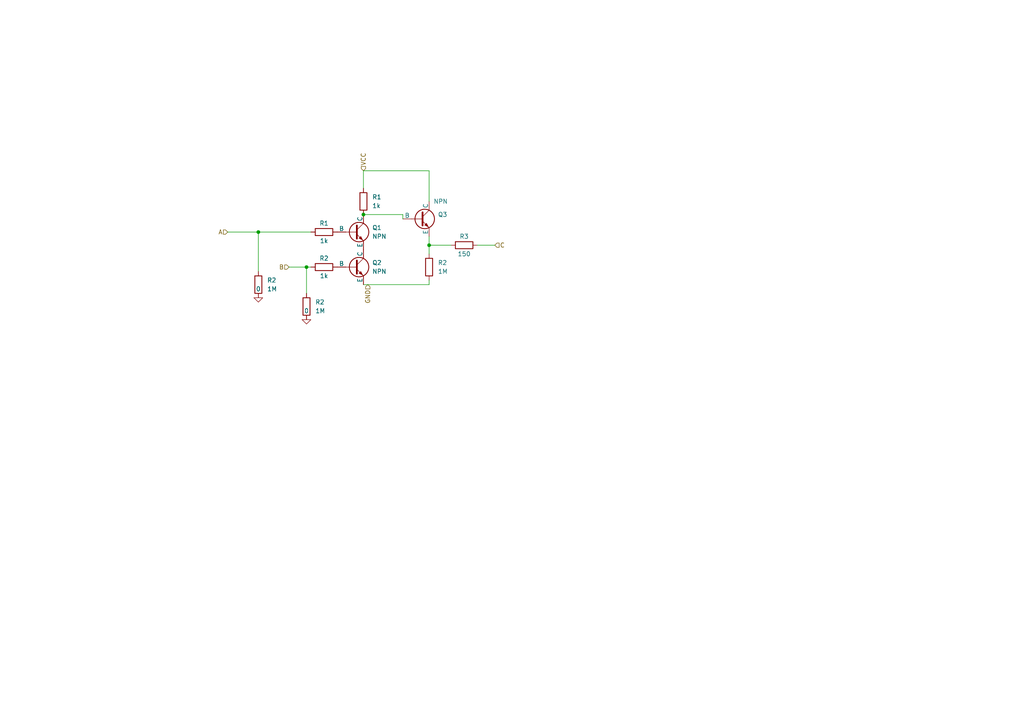
<source format=kicad_sch>
(kicad_sch (version 20230121) (generator eeschema)
  (paper "A4")
  (lib_symbols
    (symbol "Device:R" (pin_numbers hide) (pin_names (offset 0))
      (property "Reference" "R" (at 2.032 0 90))
      (property "Value" "R" (at 0 0 90))
      (symbol "R_0_1"
        (rectangle (start -1.016 -2.54) (end 1.016 2.54) (stroke (width 0.254)))
      )
      (symbol "R_1_1"
        (pin passive line (at 0 3.81 270) (length 1.27) (name "~") (number "1"))
        (pin passive line (at 0 -3.81 90) (length 1.27) (name "~") (number "2"))
      )
    )
    (symbol "Simulation_SPICE:0" (power) (pin_names (offset 0))
      (property "Value" "0" (at 0 -1.778 0))
      (symbol "0_0_1"
        (polyline (pts (xy -1.27 0) (xy 0 -1.27) (xy 1.27 0) (xy -1.27 0)))
      )
      (symbol "0_1_1"
        (pin power_in line (at 0 0 0) (length 0) hide (name "0") (number "1"))
      )
    )
    (symbol "Simulation_SPICE:NPN" (pin_numbers hide) (pin_names (offset 0))
      (property "Reference" "Q" (at -2.54 7.62 0))
      (property "Value" "NPN" (at -2.54 5.08 0))
      (symbol "NPN_0_1"
        (polyline (pts (xy -2.54 0) (xy 0.635 0)) (stroke (width 0.1524)))
        (polyline (pts (xy 0.635 0.635) (xy 2.54 2.54)))
        (polyline (pts (xy 2.794 -1.27) (xy 2.794 -1.27)) (stroke (width 0.1524)))
        (polyline (pts (xy 2.794 -1.27) (xy 2.794 -1.27)) (stroke (width 0.1524)))
        (polyline (pts (xy 0.635 -0.635) (xy 2.54 -2.54) (xy 2.54 -2.54)))
        (polyline (pts (xy 0.635 1.905) (xy 0.635 -1.905) (xy 0.635 -1.905)) (stroke (width 0.508)))
        (polyline (pts (xy 1.27 -1.778) (xy 1.778 -1.27) (xy 2.286 -2.286) (xy 1.27 -1.778) (xy 1.27 -1.778)) (fill (type outline)))
        (circle (center 1.27 0) (radius 2.8194) (stroke (width 0.254)))
      )
      (symbol "NPN_1_1"
        (pin open_collector line (at 2.54 5.08 270) (length 2.54) (name "C") (number "1"))
        (pin input line (at -5.08 0 0) (length 2.54) (name "B") (number "2"))
        (pin open_emitter line (at 2.54 -5.08 90) (length 2.54) (name "E") (number "3"))
      )
    )
  )
  (junction (at 105.41 62.23))
  (junction (at 124.46 71.12))
  (junction (at 74.93 67.31))
  (junction (at 88.9 77.47))
  (wire (pts (xy 124.46 73.66) (xy 124.46 71.12)))
  (wire (pts (xy 130.81 71.12) (xy 124.46 71.12)))
  (wire (pts (xy 105.41 49.53) (xy 124.46 49.53)))
  (wire (pts (xy 88.9 85.09) (xy 88.9 77.47)))
  (wire (pts (xy 105.41 82.55) (xy 124.46 82.55)))
  (wire (pts (xy 124.46 49.53) (xy 124.46 58.42)))
  (wire (pts (xy 116.84 62.23) (xy 116.84 63.5)))
  (wire (pts (xy 105.41 49.53) (xy 105.41 54.61)))
  (wire (pts (xy 74.93 67.31) (xy 90.17 67.31)))
  (wire (pts (xy 105.41 62.23) (xy 116.84 62.23)))
  (wire (pts (xy 83.82 77.47) (xy 88.9 77.47)))
  (wire (pts (xy 124.46 82.55) (xy 124.46 81.28)))
  (wire (pts (xy 74.93 78.74) (xy 74.93 67.31)))
  (wire (pts (xy 88.9 77.47) (xy 90.17 77.47)))
  (wire (pts (xy 143.51 71.12) (xy 138.43 71.12)))
  (wire (pts (xy 66.04 67.31) (xy 74.93 67.31)))
  (wire (pts (xy 124.46 71.12) (xy 124.46 68.58)))
  (hierarchical_label "VCC" (shape input) (at 105.41 49.53 90))
  (hierarchical_label "A" (shape input) (at 66.04 67.31 180))
  (hierarchical_label "GND" (shape input) (at 106.68 82.55 270))
  (hierarchical_label "B" (shape input) (at 83.82 77.47 180))
  (hierarchical_label "C" (shape input) (at 143.51 71.12 0))
  (symbol (lib_id "Device:R") (at 88.9 88.9 0) (unit 1)
    (property "Reference" "R2" (at 91.44 87.63 0) (effects (justify left)))
    (property "Value" "1M" (at 91.44 90.17 0) (effects (justify left)))
    (instances (project "8bitSim" (path "" (reference "R2") (unit 1)) (path "" (reference "R19") (unit 1)) (path "" (reference "R20") (unit 1)) (path "" (reference "R21") (unit 1))))
  )
  (symbol (lib_id "Simulation_SPICE:0") (at 74.93 86.36 0) (unit 1)
    (property "Reference" "#GND04" (effects hide))
    (property "Value" "0" (at 74.93 83.82 0))
    (instances (project "8bitSim" (path "" (reference "#GND04") (unit 1)) (path "" (reference "#GND05") (unit 1)) (path "" (reference "#GND06") (unit 1))))
  )
  (symbol (lib_id "Device:R") (at 93.98 77.47 90) (unit 1)
    (property "Reference" "R2" (at 93.98 74.93 90))
    (property "Value" "1k" (at 93.98 80.01 90))
    (instances (project "8bitSim" (path "" (reference "R2") (unit 1)) (path "" (reference "R2") (unit 1)) (path "" (reference "R7") (unit 1)) (path "" (reference "R12") (unit 1))))
  )
  (symbol (lib_id "Simulation_SPICE:NPN") (at 102.87 77.47 0) (unit 1)
    (property "Reference" "Q2" (at 107.95 76.2 0) (effects (justify left)))
    (property "Value" "NPN" (at 107.95 78.74 0) (effects (justify left)))
    (property "Sim.Device" "NPN" (effects hide))
    (property "Sim.Type" "GUMMELPOON" (effects hide))
    (property "Sim.Pins" "1=C 2=B 3=E" (effects hide))
    (instances (project "8bitSim" (path "" (reference "Q2") (unit 1)) (path "" (reference "Q8") (unit 1)) (path "" (reference "Q2") (unit 1)) (path "" (reference "Q5") (unit 1))))
  )
  (symbol (lib_id "Simulation_SPICE:NPN") (at 121.92 63.5 0) (unit 1)
    (property "Reference" "Q3" (at 127 62.23 0) (effects (justify left)))
    (property "Value" "NPN" (at 125.73 58.42 0) (effects (justify left)))
    (property "Sim.Device" "NPN" (effects hide))
    (property "Sim.Type" "GUMMELPOON" (effects hide))
    (property "Sim.Pins" "1=C 2=B 3=E" (effects hide))
    (instances (project "8bitSim" (path "" (reference "Q3") (unit 1)) (path "" (reference "Q9") (unit 1)) (path "" (reference "Q3") (unit 1)) (path "" (reference "Q6") (unit 1))))
  )
  (symbol (lib_id "Device:R") (at 134.62 71.12 90) (unit 1)
    (property "Reference" "R3" (at 134.62 68.58 90))
    (property "Value" "150" (at 134.62 73.66 90))
    (instances (project "8bitSim" (path "" (reference "R3") (unit 1)) (path "" (reference "R10") (unit 1)) (path "" (reference "R15") (unit 1))))
  )
  (symbol (lib_id "Device:R") (at 124.46 77.47 0) (unit 1)
    (property "Reference" "R2" (at 127 76.2 0) (effects (justify left)))
    (property "Value" "1M" (at 127 78.74 0) (effects (justify left)))
    (instances (project "8bitSim" (path "" (reference "R2") (unit 1)) (path "" (reference "R6") (unit 1)) (path "" (reference "R9") (unit 1)) (path "" (reference "R14") (unit 1))))
  )
  (symbol (lib_id "Simulation_SPICE:NPN") (at 102.87 67.31 0) (unit 1)
    (property "Reference" "Q1" (at 107.95 66.04 0) (effects (justify left)))
    (property "Value" "NPN" (at 107.95 68.58 0) (effects (justify left)))
    (property "Sim.Device" "NPN" (effects hide))
    (property "Sim.Type" "GUMMELPOON" (effects hide))
    (property "Sim.Pins" "1=C 2=B 3=E" (effects hide))
    (instances (project "8bitSim" (path "" (reference "Q1") (unit 1)) (path "" (reference "Q7") (unit 1)) (path "" (reference "Q1") (unit 1)) (path "" (reference "Q4") (unit 1))))
  )
  (symbol (lib_id "Device:R") (at 74.93 82.55 0) (unit 1)
    (property "Reference" "R2" (at 77.47 81.28 0) (effects (justify left)))
    (property "Value" "1M" (at 77.47 83.82 0) (effects (justify left)))
    (instances (project "8bitSim" (path "" (reference "R2") (unit 1)) (path "" (reference "R16") (unit 1)) (path "" (reference "R17") (unit 1)) (path "" (reference "R18") (unit 1))))
  )
  (symbol (lib_id "Device:R") (at 105.41 58.42 0) (unit 1)
    (property "Reference" "R1" (at 107.95 57.15 0) (effects (justify left)))
    (property "Value" "1k" (at 107.95 59.69 0) (effects (justify left)))
    (instances (project "8bitSim" (path "" (reference "R1") (unit 1)) (path "" (reference "R5") (unit 1)) (path "" (reference "R8") (unit 1)) (path "" (reference "R13") (unit 1))))
  )
  (symbol (lib_id "Device:R") (at 93.98 67.31 90) (unit 1)
    (property "Reference" "R1" (at 93.98 64.77 90))
    (property "Value" "1k" (at 93.98 69.85 90))
    (instances (project "8bitSim" (path "" (reference "R1") (unit 1)) (path "" (reference "R4") (unit 1)) (path "" (reference "R11") (unit 1))))
  )
  (symbol (lib_id "Simulation_SPICE:0") (at 88.9 92.71 0) (unit 1)
    (property "Reference" "#GND07" (effects hide))
    (property "Value" "0" (at 88.9 90.17 0))
    (instances (project "8bitSim" (path "" (reference "#GND07") (unit 1)) (path "" (reference "#GND08") (unit 1)) (path "" (reference "#GND09") (unit 1))))
  )
)
</source>
